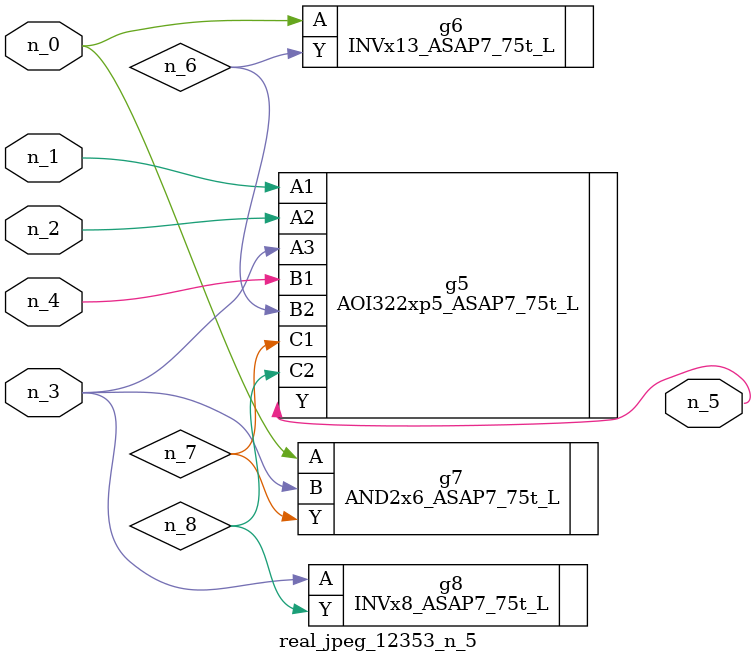
<source format=v>
module real_jpeg_12353_n_5 (n_4, n_0, n_1, n_2, n_3, n_5);

input n_4;
input n_0;
input n_1;
input n_2;
input n_3;

output n_5;

wire n_8;
wire n_6;
wire n_7;

INVx13_ASAP7_75t_L g6 ( 
.A(n_0),
.Y(n_6)
);

AND2x6_ASAP7_75t_L g7 ( 
.A(n_0),
.B(n_3),
.Y(n_7)
);

AOI322xp5_ASAP7_75t_L g5 ( 
.A1(n_1),
.A2(n_2),
.A3(n_3),
.B1(n_4),
.B2(n_6),
.C1(n_7),
.C2(n_8),
.Y(n_5)
);

INVx8_ASAP7_75t_L g8 ( 
.A(n_3),
.Y(n_8)
);


endmodule
</source>
